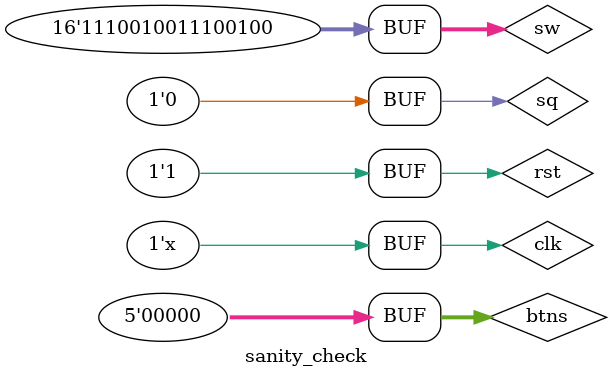
<source format=v>
`timescale 1ns / 1ps


module sanity_check();
    
reg clk, rst, sq;
reg [15:0] sw;
reg [4:0] btns;
wire empty, full;
 
Top_level tl(.clk(clk), .rst(rst), .stackQueue(sq), .switches(sw), .btns(btns), 
             .empty(empty), .full(full));

always #5 clk = ~clk;
initial begin
    rst = 0;
    clk = 0;
    btns = 5'b0;
    sw = 16'b0;
    sq = 1'b0;
    #10
    rst = 1;
    #100
    
    
    
    sw = 16'hFFFF0F0F0;
    #30000000
    btns = 5'b1;
    #30000000
    btns = 5'b0;
    
    
    sw = 16'h1111E4E4;
    #30000000
    btns = 5'b1;
    #30000000
    btns = 5'b0;
    
    
    #30000000
    btns = 5'b00010;
    #30000000
    btns = 5'b0;
    
    $display("done");
    
end
endmodule

</source>
